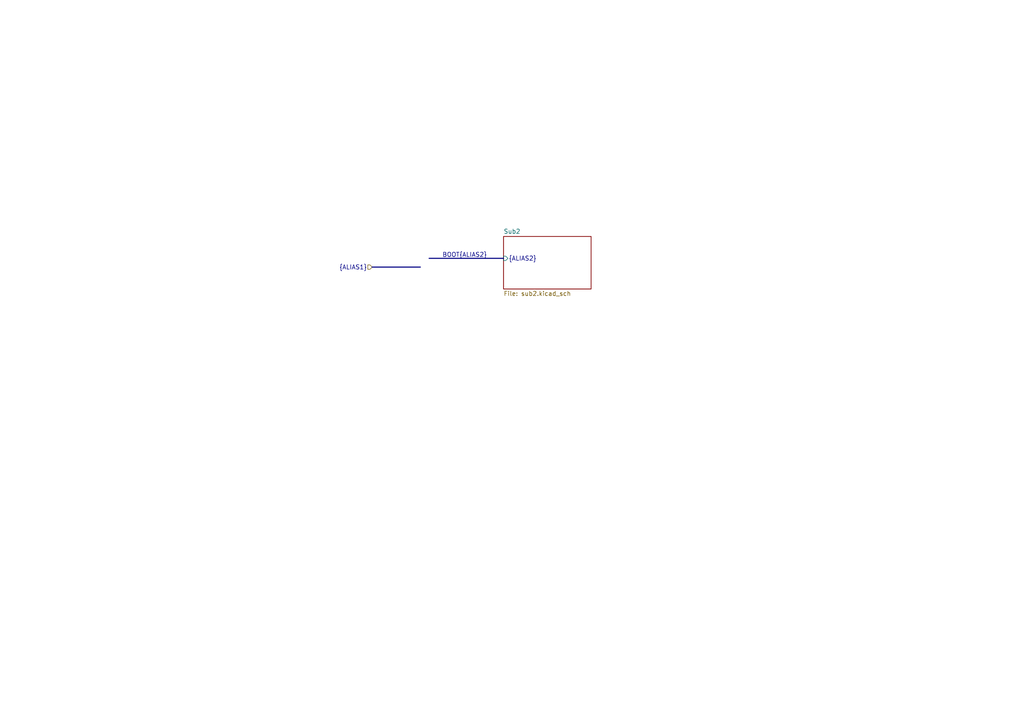
<source format=kicad_sch>
(kicad_sch (version 20230121) (generator eeschema)
  (paper "A4")
  (lib_symbols)
  (bus_alias "ALIAS2" (members "SDA" "SCL"))
  (bus (pts (xy 107.95 77.47) (xy 121.92 77.47)))
  (bus (pts (xy 124.46 74.93) (xy 146.05 74.93)))
  (label "BOOT{ALIAS2}" (at 128.27 74.93 0))
  (hierarchical_label "{ALIAS1}" (shape input) (at 107.95 77.47 180))
  (sheet (at 146.05 68.58) (size 25.4 15.24) (stroke (width 0.1524))
    (property "Sheetname" "Sub2" (at 146.05 67.8684 0) (effects (justify left bottom)))
    (property "Sheetfile" "sub2.kicad_sch" (at 146.05 84.4046 0) (effects (justify left top)))
    (pin "{ALIAS2}" input (at 146.05 74.93 180))
  )
)
</source>
